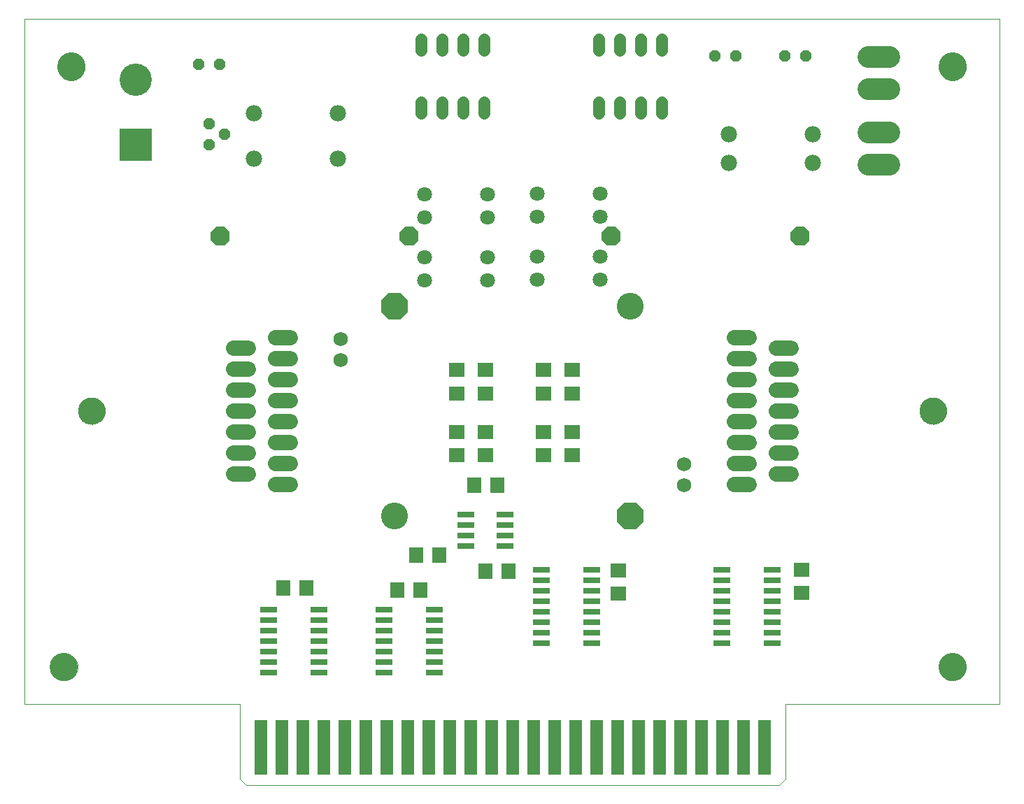
<source format=gts>
G75*
G70*
%OFA0B0*%
%FSLAX24Y24*%
%IPPOS*%
%LPD*%
%AMOC8*
5,1,8,0,0,1.08239X$1,22.5*
%
%ADD10C,0.0000*%
%ADD11C,0.0749*%
%ADD12C,0.1044*%
%ADD13C,0.0709*%
%ADD14OC8,0.0560*%
%ADD15C,0.0780*%
%ADD16OC8,0.0900*%
%ADD17C,0.0690*%
%ADD18C,0.1280*%
%ADD19OC8,0.1280*%
%ADD20R,0.1540X0.1540*%
%ADD21C,0.1540*%
%ADD22R,0.0840X0.0300*%
%ADD23C,0.1340*%
%ADD24R,0.0640X0.2590*%
%ADD25C,0.1300*%
%ADD26C,0.0560*%
%ADD27R,0.0670X0.0749*%
%ADD28R,0.0749X0.0670*%
%ADD29R,0.0750X0.0670*%
%ADD30R,0.0820X0.0260*%
D10*
X001029Y005856D02*
X001026Y038516D01*
X047510Y038516D01*
X047513Y005856D01*
X038300Y005856D01*
X038304Y005855D02*
X037304Y005855D01*
X037304Y002300D01*
X037004Y002000D01*
X011604Y002000D01*
X011304Y002300D01*
X011304Y005855D01*
X010304Y005855D01*
X010308Y005856D02*
X001029Y005856D01*
X002260Y007628D02*
X002262Y007678D01*
X002268Y007728D01*
X002278Y007778D01*
X002291Y007826D01*
X002308Y007874D01*
X002329Y007920D01*
X002353Y007964D01*
X002381Y008006D01*
X002412Y008046D01*
X002446Y008083D01*
X002483Y008118D01*
X002522Y008149D01*
X002563Y008178D01*
X002607Y008203D01*
X002653Y008225D01*
X002700Y008243D01*
X002748Y008257D01*
X002797Y008268D01*
X002847Y008275D01*
X002897Y008278D01*
X002948Y008277D01*
X002998Y008272D01*
X003048Y008263D01*
X003096Y008251D01*
X003144Y008234D01*
X003190Y008214D01*
X003235Y008191D01*
X003278Y008164D01*
X003318Y008134D01*
X003356Y008101D01*
X003391Y008065D01*
X003424Y008026D01*
X003453Y007985D01*
X003479Y007942D01*
X003502Y007897D01*
X003521Y007850D01*
X003536Y007802D01*
X003548Y007753D01*
X003556Y007703D01*
X003560Y007653D01*
X003560Y007603D01*
X003556Y007553D01*
X003548Y007503D01*
X003536Y007454D01*
X003521Y007406D01*
X003502Y007359D01*
X003479Y007314D01*
X003453Y007271D01*
X003424Y007230D01*
X003391Y007191D01*
X003356Y007155D01*
X003318Y007122D01*
X003278Y007092D01*
X003235Y007065D01*
X003190Y007042D01*
X003144Y007022D01*
X003096Y007005D01*
X003048Y006993D01*
X002998Y006984D01*
X002948Y006979D01*
X002897Y006978D01*
X002847Y006981D01*
X002797Y006988D01*
X002748Y006999D01*
X002700Y007013D01*
X002653Y007031D01*
X002607Y007053D01*
X002563Y007078D01*
X002522Y007107D01*
X002483Y007138D01*
X002446Y007173D01*
X002412Y007210D01*
X002381Y007250D01*
X002353Y007292D01*
X002329Y007336D01*
X002308Y007382D01*
X002291Y007430D01*
X002278Y007478D01*
X002268Y007528D01*
X002262Y007578D01*
X002260Y007628D01*
X003606Y019833D02*
X003608Y019883D01*
X003614Y019933D01*
X003624Y019982D01*
X003638Y020030D01*
X003655Y020077D01*
X003676Y020122D01*
X003701Y020166D01*
X003729Y020207D01*
X003761Y020246D01*
X003795Y020283D01*
X003832Y020317D01*
X003872Y020347D01*
X003914Y020374D01*
X003958Y020398D01*
X004004Y020419D01*
X004051Y020435D01*
X004099Y020448D01*
X004149Y020457D01*
X004198Y020462D01*
X004249Y020463D01*
X004299Y020460D01*
X004348Y020453D01*
X004397Y020442D01*
X004445Y020427D01*
X004491Y020409D01*
X004536Y020387D01*
X004579Y020361D01*
X004620Y020332D01*
X004659Y020300D01*
X004695Y020265D01*
X004727Y020227D01*
X004757Y020187D01*
X004784Y020144D01*
X004807Y020100D01*
X004826Y020054D01*
X004842Y020006D01*
X004854Y019957D01*
X004862Y019908D01*
X004866Y019858D01*
X004866Y019808D01*
X004862Y019758D01*
X004854Y019709D01*
X004842Y019660D01*
X004826Y019612D01*
X004807Y019566D01*
X004784Y019522D01*
X004757Y019479D01*
X004727Y019439D01*
X004695Y019401D01*
X004659Y019366D01*
X004620Y019334D01*
X004579Y019305D01*
X004536Y019279D01*
X004491Y019257D01*
X004445Y019239D01*
X004397Y019224D01*
X004348Y019213D01*
X004299Y019206D01*
X004249Y019203D01*
X004198Y019204D01*
X004149Y019209D01*
X004099Y019218D01*
X004051Y019231D01*
X004004Y019247D01*
X003958Y019268D01*
X003914Y019292D01*
X003872Y019319D01*
X003832Y019349D01*
X003795Y019383D01*
X003761Y019420D01*
X003729Y019459D01*
X003701Y019500D01*
X003676Y019544D01*
X003655Y019589D01*
X003638Y019636D01*
X003624Y019684D01*
X003614Y019733D01*
X003608Y019783D01*
X003606Y019833D01*
X002601Y036240D02*
X002603Y036290D01*
X002609Y036340D01*
X002619Y036390D01*
X002632Y036438D01*
X002649Y036486D01*
X002670Y036532D01*
X002694Y036576D01*
X002722Y036618D01*
X002753Y036658D01*
X002787Y036695D01*
X002824Y036730D01*
X002863Y036761D01*
X002904Y036790D01*
X002948Y036815D01*
X002994Y036837D01*
X003041Y036855D01*
X003089Y036869D01*
X003138Y036880D01*
X003188Y036887D01*
X003238Y036890D01*
X003289Y036889D01*
X003339Y036884D01*
X003389Y036875D01*
X003437Y036863D01*
X003485Y036846D01*
X003531Y036826D01*
X003576Y036803D01*
X003619Y036776D01*
X003659Y036746D01*
X003697Y036713D01*
X003732Y036677D01*
X003765Y036638D01*
X003794Y036597D01*
X003820Y036554D01*
X003843Y036509D01*
X003862Y036462D01*
X003877Y036414D01*
X003889Y036365D01*
X003897Y036315D01*
X003901Y036265D01*
X003901Y036215D01*
X003897Y036165D01*
X003889Y036115D01*
X003877Y036066D01*
X003862Y036018D01*
X003843Y035971D01*
X003820Y035926D01*
X003794Y035883D01*
X003765Y035842D01*
X003732Y035803D01*
X003697Y035767D01*
X003659Y035734D01*
X003619Y035704D01*
X003576Y035677D01*
X003531Y035654D01*
X003485Y035634D01*
X003437Y035617D01*
X003389Y035605D01*
X003339Y035596D01*
X003289Y035591D01*
X003238Y035590D01*
X003188Y035593D01*
X003138Y035600D01*
X003089Y035611D01*
X003041Y035625D01*
X002994Y035643D01*
X002948Y035665D01*
X002904Y035690D01*
X002863Y035719D01*
X002824Y035750D01*
X002787Y035785D01*
X002753Y035822D01*
X002722Y035862D01*
X002694Y035904D01*
X002670Y035948D01*
X002649Y035994D01*
X002632Y036042D01*
X002619Y036090D01*
X002609Y036140D01*
X002603Y036190D01*
X002601Y036240D01*
X043705Y019833D02*
X043707Y019883D01*
X043713Y019933D01*
X043723Y019982D01*
X043737Y020030D01*
X043754Y020077D01*
X043775Y020122D01*
X043800Y020166D01*
X043828Y020207D01*
X043860Y020246D01*
X043894Y020283D01*
X043931Y020317D01*
X043971Y020347D01*
X044013Y020374D01*
X044057Y020398D01*
X044103Y020419D01*
X044150Y020435D01*
X044198Y020448D01*
X044248Y020457D01*
X044297Y020462D01*
X044348Y020463D01*
X044398Y020460D01*
X044447Y020453D01*
X044496Y020442D01*
X044544Y020427D01*
X044590Y020409D01*
X044635Y020387D01*
X044678Y020361D01*
X044719Y020332D01*
X044758Y020300D01*
X044794Y020265D01*
X044826Y020227D01*
X044856Y020187D01*
X044883Y020144D01*
X044906Y020100D01*
X044925Y020054D01*
X044941Y020006D01*
X044953Y019957D01*
X044961Y019908D01*
X044965Y019858D01*
X044965Y019808D01*
X044961Y019758D01*
X044953Y019709D01*
X044941Y019660D01*
X044925Y019612D01*
X044906Y019566D01*
X044883Y019522D01*
X044856Y019479D01*
X044826Y019439D01*
X044794Y019401D01*
X044758Y019366D01*
X044719Y019334D01*
X044678Y019305D01*
X044635Y019279D01*
X044590Y019257D01*
X044544Y019239D01*
X044496Y019224D01*
X044447Y019213D01*
X044398Y019206D01*
X044348Y019203D01*
X044297Y019204D01*
X044248Y019209D01*
X044198Y019218D01*
X044150Y019231D01*
X044103Y019247D01*
X044057Y019268D01*
X044013Y019292D01*
X043971Y019319D01*
X043931Y019349D01*
X043894Y019383D01*
X043860Y019420D01*
X043828Y019459D01*
X043800Y019500D01*
X043775Y019544D01*
X043754Y019589D01*
X043737Y019636D01*
X043723Y019684D01*
X043713Y019733D01*
X043707Y019783D01*
X043705Y019833D01*
X044599Y007628D02*
X044601Y007678D01*
X044607Y007728D01*
X044617Y007778D01*
X044630Y007826D01*
X044647Y007874D01*
X044668Y007920D01*
X044692Y007964D01*
X044720Y008006D01*
X044751Y008046D01*
X044785Y008083D01*
X044822Y008118D01*
X044861Y008149D01*
X044902Y008178D01*
X044946Y008203D01*
X044992Y008225D01*
X045039Y008243D01*
X045087Y008257D01*
X045136Y008268D01*
X045186Y008275D01*
X045236Y008278D01*
X045287Y008277D01*
X045337Y008272D01*
X045387Y008263D01*
X045435Y008251D01*
X045483Y008234D01*
X045529Y008214D01*
X045574Y008191D01*
X045617Y008164D01*
X045657Y008134D01*
X045695Y008101D01*
X045730Y008065D01*
X045763Y008026D01*
X045792Y007985D01*
X045818Y007942D01*
X045841Y007897D01*
X045860Y007850D01*
X045875Y007802D01*
X045887Y007753D01*
X045895Y007703D01*
X045899Y007653D01*
X045899Y007603D01*
X045895Y007553D01*
X045887Y007503D01*
X045875Y007454D01*
X045860Y007406D01*
X045841Y007359D01*
X045818Y007314D01*
X045792Y007271D01*
X045763Y007230D01*
X045730Y007191D01*
X045695Y007155D01*
X045657Y007122D01*
X045617Y007092D01*
X045574Y007065D01*
X045529Y007042D01*
X045483Y007022D01*
X045435Y007005D01*
X045387Y006993D01*
X045337Y006984D01*
X045287Y006979D01*
X045236Y006978D01*
X045186Y006981D01*
X045136Y006988D01*
X045087Y006999D01*
X045039Y007013D01*
X044992Y007031D01*
X044946Y007053D01*
X044902Y007078D01*
X044861Y007107D01*
X044822Y007138D01*
X044785Y007173D01*
X044751Y007210D01*
X044720Y007250D01*
X044692Y007292D01*
X044668Y007336D01*
X044647Y007382D01*
X044630Y007430D01*
X044617Y007478D01*
X044607Y007528D01*
X044601Y007578D01*
X044599Y007628D01*
X044599Y036240D02*
X044601Y036290D01*
X044607Y036340D01*
X044617Y036390D01*
X044630Y036438D01*
X044647Y036486D01*
X044668Y036532D01*
X044692Y036576D01*
X044720Y036618D01*
X044751Y036658D01*
X044785Y036695D01*
X044822Y036730D01*
X044861Y036761D01*
X044902Y036790D01*
X044946Y036815D01*
X044992Y036837D01*
X045039Y036855D01*
X045087Y036869D01*
X045136Y036880D01*
X045186Y036887D01*
X045236Y036890D01*
X045287Y036889D01*
X045337Y036884D01*
X045387Y036875D01*
X045435Y036863D01*
X045483Y036846D01*
X045529Y036826D01*
X045574Y036803D01*
X045617Y036776D01*
X045657Y036746D01*
X045695Y036713D01*
X045730Y036677D01*
X045763Y036638D01*
X045792Y036597D01*
X045818Y036554D01*
X045841Y036509D01*
X045860Y036462D01*
X045875Y036414D01*
X045887Y036365D01*
X045895Y036315D01*
X045899Y036265D01*
X045899Y036215D01*
X045895Y036165D01*
X045887Y036115D01*
X045875Y036066D01*
X045860Y036018D01*
X045841Y035971D01*
X045818Y035926D01*
X045792Y035883D01*
X045763Y035842D01*
X045730Y035803D01*
X045695Y035767D01*
X045657Y035734D01*
X045617Y035704D01*
X045574Y035677D01*
X045529Y035654D01*
X045483Y035634D01*
X045435Y035617D01*
X045387Y035605D01*
X045337Y035596D01*
X045287Y035591D01*
X045236Y035590D01*
X045186Y035593D01*
X045136Y035600D01*
X045087Y035611D01*
X045039Y035625D01*
X044992Y035643D01*
X044946Y035665D01*
X044902Y035690D01*
X044861Y035719D01*
X044822Y035750D01*
X044785Y035785D01*
X044751Y035822D01*
X044720Y035862D01*
X044692Y035904D01*
X044668Y035948D01*
X044647Y035994D01*
X044630Y036042D01*
X044617Y036090D01*
X044607Y036140D01*
X044601Y036190D01*
X044599Y036240D01*
D11*
X035580Y023333D02*
X034871Y023333D01*
X034871Y022333D02*
X035580Y022333D01*
X035580Y021333D02*
X034871Y021333D01*
X034871Y020333D02*
X035580Y020333D01*
X035580Y019333D02*
X034871Y019333D01*
X034871Y018333D02*
X035580Y018333D01*
X035580Y017333D02*
X034871Y017333D01*
X034871Y016333D02*
X035580Y016333D01*
X036871Y016833D02*
X037580Y016833D01*
X037580Y017833D02*
X036871Y017833D01*
X036871Y018833D02*
X037580Y018833D01*
X037580Y019833D02*
X036871Y019833D01*
X036871Y020833D02*
X037580Y020833D01*
X037580Y021833D02*
X036871Y021833D01*
X036871Y022833D02*
X037580Y022833D01*
X013700Y023333D02*
X012991Y023333D01*
X012991Y022333D02*
X013700Y022333D01*
X013700Y021333D02*
X012991Y021333D01*
X012991Y020333D02*
X013700Y020333D01*
X013700Y019333D02*
X012991Y019333D01*
X012991Y018333D02*
X013700Y018333D01*
X013700Y017333D02*
X012991Y017333D01*
X012991Y016333D02*
X013700Y016333D01*
X011700Y016833D02*
X010991Y016833D01*
X010991Y017833D02*
X011700Y017833D01*
X011700Y018833D02*
X010991Y018833D01*
X010991Y019833D02*
X011700Y019833D01*
X011700Y020833D02*
X010991Y020833D01*
X010991Y021833D02*
X011700Y021833D01*
X011700Y022833D02*
X010991Y022833D01*
D12*
X041236Y031571D02*
X042240Y031571D01*
X042240Y033130D02*
X041236Y033130D01*
X041215Y035171D02*
X042219Y035171D01*
X042219Y036730D02*
X041215Y036730D01*
D13*
X028460Y030191D03*
X028460Y029091D03*
X028460Y027191D03*
X028460Y026091D03*
X025460Y026091D03*
X025460Y027191D03*
X025460Y029091D03*
X025460Y030191D03*
X023110Y030141D03*
X023110Y029041D03*
X023110Y027141D03*
X023110Y026041D03*
X020110Y026041D03*
X020110Y027141D03*
X020110Y029041D03*
X020110Y030141D03*
D14*
X010566Y033022D03*
X009816Y033522D03*
X009816Y032522D03*
X010316Y036368D03*
X009316Y036368D03*
X033922Y036762D03*
X034922Y036762D03*
X037269Y036762D03*
X038269Y036762D03*
D15*
X038588Y033022D03*
X038588Y031644D03*
X034588Y031644D03*
X034588Y033022D03*
X015950Y034006D03*
X015950Y031841D03*
X011950Y031841D03*
X011950Y034006D03*
D16*
X010360Y028141D03*
X019360Y028141D03*
X029010Y028141D03*
X038010Y028141D03*
D17*
X032460Y017291D03*
X032460Y016291D03*
X016110Y022241D03*
X016110Y023241D03*
D18*
X018660Y014833D03*
X029910Y024833D03*
D19*
X018660Y024833D03*
X029910Y014833D03*
D20*
X006325Y032515D03*
D21*
X006325Y035620D03*
D22*
X025650Y012241D03*
X025650Y011741D03*
X025650Y011241D03*
X025650Y010741D03*
X025650Y010241D03*
X025650Y009741D03*
X025650Y009241D03*
X025650Y008741D03*
X028070Y008741D03*
X028070Y009241D03*
X028070Y009741D03*
X028070Y010241D03*
X028070Y010741D03*
X028070Y011241D03*
X028070Y011741D03*
X028070Y012241D03*
X034250Y012241D03*
X034250Y011741D03*
X034250Y011241D03*
X034250Y010741D03*
X034250Y010241D03*
X034250Y009741D03*
X034250Y009241D03*
X034250Y008741D03*
X036670Y008741D03*
X036670Y009241D03*
X036670Y009741D03*
X036670Y010241D03*
X036670Y010741D03*
X036670Y011241D03*
X036670Y011741D03*
X036670Y012241D03*
X020570Y010341D03*
X020570Y009841D03*
X020570Y009341D03*
X020570Y008841D03*
X020570Y008341D03*
X020570Y007841D03*
X020570Y007341D03*
X018150Y007341D03*
X018150Y007841D03*
X018150Y008341D03*
X018150Y008841D03*
X018150Y009341D03*
X018150Y009841D03*
X018150Y010341D03*
X015070Y010341D03*
X015070Y009841D03*
X015070Y009341D03*
X015070Y008841D03*
X015070Y008341D03*
X015070Y007841D03*
X015070Y007341D03*
X012650Y007341D03*
X012650Y007841D03*
X012650Y008341D03*
X012650Y008841D03*
X012650Y009341D03*
X012650Y009841D03*
X012650Y010341D03*
D23*
X002910Y007628D03*
X003251Y036240D03*
X045249Y036240D03*
X045249Y007628D03*
D24*
X036304Y003800D03*
X035304Y003800D03*
X034304Y003800D03*
X033304Y003800D03*
X032304Y003800D03*
X031304Y003800D03*
X030304Y003800D03*
X029304Y003800D03*
X028304Y003800D03*
X027304Y003800D03*
X026304Y003800D03*
X025304Y003800D03*
X024304Y003800D03*
X023304Y003800D03*
X022304Y003800D03*
X021304Y003800D03*
X020304Y003800D03*
X019304Y003800D03*
X018304Y003800D03*
X017304Y003800D03*
X016304Y003800D03*
X015304Y003800D03*
X014304Y003800D03*
X013304Y003800D03*
X012304Y003800D03*
D25*
X004236Y019833D03*
X044335Y019833D03*
D26*
X031395Y034018D02*
X031395Y034538D01*
X030395Y034538D02*
X030395Y034018D01*
X029395Y034018D02*
X029395Y034538D01*
X028395Y034538D02*
X028395Y034018D01*
X028395Y037018D02*
X028395Y037538D01*
X029395Y037538D02*
X029395Y037018D01*
X030395Y037018D02*
X030395Y037538D01*
X031395Y037538D02*
X031395Y037018D01*
X022930Y037018D02*
X022930Y037538D01*
X021930Y037538D02*
X021930Y037018D01*
X020930Y037018D02*
X020930Y037538D01*
X019930Y037538D02*
X019930Y037018D01*
X019930Y034538D02*
X019930Y034018D01*
X020930Y034018D02*
X020930Y034538D01*
X021930Y034538D02*
X021930Y034018D01*
X022930Y034018D02*
X022930Y034538D01*
D27*
X022454Y016289D03*
X023556Y016289D03*
X020800Y012943D03*
X019698Y012943D03*
X019912Y011291D03*
X018809Y011291D03*
X023005Y012195D03*
X024107Y012195D03*
X014462Y011391D03*
X013359Y011391D03*
D28*
X021627Y017707D03*
X021627Y018809D03*
X023005Y018809D03*
X023005Y017707D03*
X025761Y017707D03*
X027139Y017707D03*
X027139Y018809D03*
X025761Y018809D03*
X029321Y012232D03*
X029321Y011129D03*
X038061Y011147D03*
X038061Y012249D03*
D29*
X027139Y020651D03*
X025761Y020651D03*
X025761Y021771D03*
X027139Y021771D03*
X023005Y021771D03*
X023005Y020651D03*
X021627Y020651D03*
X021627Y021771D03*
D30*
X022075Y014874D03*
X022075Y014374D03*
X022075Y013874D03*
X022075Y013374D03*
X023935Y013374D03*
X023935Y013874D03*
X023935Y014374D03*
X023935Y014874D03*
M02*

</source>
